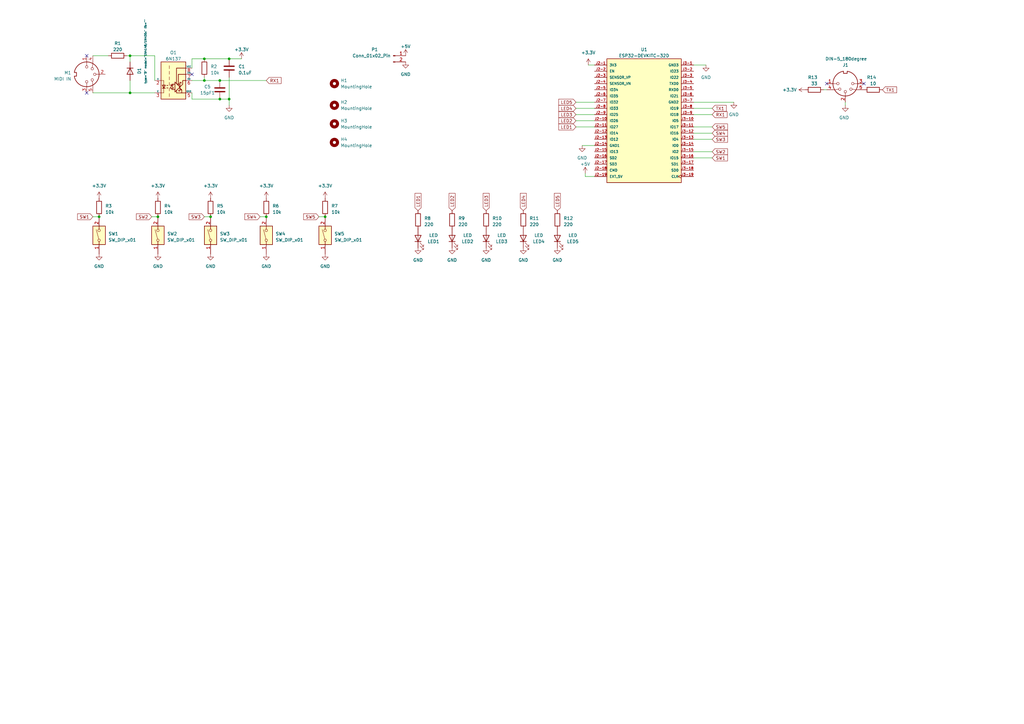
<source format=kicad_sch>
(kicad_sch (version 20230121) (generator eeschema)
  (paper "A3")
  (lib_symbols
    (symbol "Connector:Conn_01x02_Pin" (pin_names (offset 1.016) hide)
      (property "Reference" "J" (at 0 2.54 0))
      (property "Value" "Conn_01x02_Pin" (at 0 -5.08 0))
      (symbol "Conn_01x02_Pin_1_1"
        (polyline (pts (xy 1.27 -2.54) (xy 0.8636 -2.54)) (stroke (width 0.1524)))
        (polyline (pts (xy 1.27 0) (xy 0.8636 0)) (stroke (width 0.1524)))
        (rectangle (start 0.8636 -2.413) (end 0 -2.667) (stroke (width 0.1524)) (fill (type outline)))
        (rectangle (start 0.8636 0.127) (end 0 -0.127) (stroke (width 0.1524)) (fill (type outline)))
        (pin passive line (at 5.08 0 180) (length 3.81) (name "Pin_1") (number "1"))
        (pin passive line (at 5.08 -2.54 180) (length 3.81) (name "Pin_2") (number "2"))
      )
    )
    (symbol "Connector:DIN-5_180degree" (pin_names (offset 1.016))
      (property "Reference" "J" (at 3.175 5.715 0))
      (property "Value" "DIN-5_180degree" (at 0 -6.35 0))
      (symbol "DIN-5_180degree_0_1"
        (arc (start -5.08 0) (mid -3.8609 -3.3364) (end -0.762 -5.08) (stroke (width 0.254)))
        (circle (center -3.048 0) (radius 0.508))
        (circle (center -2.286 2.286) (radius 0.508))
        (polyline (pts (xy -5.08 0) (xy -3.556 0)))
        (polyline (pts (xy 0 5.08) (xy 0 3.81)))
        (polyline (pts (xy 5.08 0) (xy 3.556 0)))
        (polyline (pts (xy -5.08 2.54) (xy -4.318 2.54) (xy -2.794 2.286)))
        (polyline (pts (xy 5.08 2.54) (xy 4.318 2.54) (xy 2.794 2.286)))
        (polyline (pts (xy -0.762 -4.953) (xy -0.762 -4.191) (xy 0.762 -4.191) (xy 0.762 -4.953)) (stroke (width 0.254)))
        (circle (center 0 3.302) (radius 0.508))
        (arc (start 0.762 -5.08) (mid 3.8685 -3.343) (end 5.08 0) (stroke (width 0.254)))
        (circle (center 2.286 2.286) (radius 0.508))
        (circle (center 3.048 0) (radius 0.508))
        (arc (start 5.08 0) (mid 0 5.0579) (end -5.08 0) (stroke (width 0.254)))
      )
      (symbol "DIN-5_180degree_1_1"
        (pin passive line (at -7.62 0 0) (length 2.54) (name "~") (number "1"))
        (pin passive line (at 0 7.62 270) (length 2.54) (name "~") (number "2"))
        (pin passive line (at 7.62 0 180) (length 2.54) (name "~") (number "3"))
        (pin passive line (at -7.62 2.54 0) (length 2.54) (name "~") (number "4"))
        (pin passive line (at 7.62 2.54 180) (length 2.54) (name "~") (number "5"))
      )
    )
    (symbol "Device:C" (pin_numbers hide) (pin_names (offset 0.254))
      (property "Reference" "C" (at 0.635 2.54 0))
      (property "Value" "C" (at 0.635 -2.54 0))
      (symbol "C_0_1"
        (polyline (pts (xy -2.032 -0.762) (xy 2.032 -0.762)) (stroke (width 0.508)))
        (polyline (pts (xy -2.032 0.762) (xy 2.032 0.762)) (stroke (width 0.508)))
      )
      (symbol "C_1_1"
        (pin passive line (at 0 3.81 270) (length 2.794) (name "~") (number "1"))
        (pin passive line (at 0 -3.81 90) (length 2.794) (name "~") (number "2"))
      )
    )
    (symbol "Device:LED" (pin_numbers hide) (pin_names (offset 1.016) hide)
      (property "Reference" "D" (at 0 2.54 0))
      (property "Value" "LED" (at 0 -2.54 0))
      (symbol "LED_0_1"
        (polyline (pts (xy -1.27 -1.27) (xy -1.27 1.27)) (stroke (width 0.254)))
        (polyline (pts (xy -1.27 0) (xy 1.27 0)))
        (polyline (pts (xy 1.27 -1.27) (xy 1.27 1.27) (xy -1.27 0) (xy 1.27 -1.27)) (stroke (width 0.254)))
        (polyline (pts (xy -3.048 -0.762) (xy -4.572 -2.286) (xy -3.81 -2.286) (xy -4.572 -2.286) (xy -4.572 -1.524)))
        (polyline (pts (xy -1.778 -0.762) (xy -3.302 -2.286) (xy -2.54 -2.286) (xy -3.302 -2.286) (xy -3.302 -1.524)))
      )
      (symbol "LED_1_1"
        (pin passive line (at -3.81 0 0) (length 2.54) (name "K") (number "1"))
        (pin passive line (at 3.81 0 180) (length 2.54) (name "A") (number "2"))
      )
    )
    (symbol "Device:R" (pin_numbers hide) (pin_names (offset 0))
      (property "Reference" "R" (at 2.032 0 90))
      (property "Value" "R" (at 0 0 90))
      (symbol "R_0_1"
        (rectangle (start -1.016 -2.54) (end 1.016 2.54) (stroke (width 0.254)))
      )
      (symbol "R_1_1"
        (pin passive line (at 0 3.81 270) (length 1.27) (name "~") (number "1"))
        (pin passive line (at 0 -3.81 90) (length 1.27) (name "~") (number "2"))
      )
    )
    (symbol "ESP32-DEVKITC-32D:ESP32-DEVKITC-32D" (pin_names (offset 1.016))
      (property "Reference" "U" (at -15.2572 26.0643 0))
      (property "Value" "ESP32-DEVKITC-32D" (at -15.2563 -27.9698 0))
      (symbol "ESP32-DEVKITC-32D_0_0"
        (rectangle (start -15.24 -25.4) (end 15.24 25.4) (stroke (width 0.254)) (fill (type background)))
        (pin power_in line (at -20.32 22.86 0) (length 5.08) (name "3V3") (number "J2-1"))
        (pin bidirectional line (at -20.32 0 0) (length 5.08) (name "IO26") (number "J2-10"))
        (pin bidirectional line (at -20.32 -2.54 0) (length 5.08) (name "IO27") (number "J2-11"))
        (pin bidirectional line (at -20.32 -5.08 0) (length 5.08) (name "IO14") (number "J2-12"))
        (pin bidirectional line (at -20.32 -7.62 0) (length 5.08) (name "IO12") (number "J2-13"))
        (pin power_in line (at -20.32 -10.16 0) (length 5.08) (name "GND1") (number "J2-14"))
        (pin bidirectional line (at -20.32 -12.7 0) (length 5.08) (name "IO13") (number "J2-15"))
        (pin bidirectional line (at -20.32 -15.24 0) (length 5.08) (name "SD2") (number "J2-16"))
        (pin bidirectional line (at -20.32 -17.78 0) (length 5.08) (name "SD3") (number "J2-17"))
        (pin bidirectional line (at -20.32 -20.32 0) (length 5.08) (name "CMD") (number "J2-18"))
        (pin power_in line (at -20.32 -22.86 0) (length 5.08) (name "EXT_5V") (number "J2-19"))
        (pin input line (at -20.32 20.32 0) (length 5.08) (name "EN") (number "J2-2"))
        (pin input line (at -20.32 17.78 0) (length 5.08) (name "SENSOR_VP") (number "J2-3"))
        (pin input line (at -20.32 15.24 0) (length 5.08) (name "SENSOR_VN") (number "J2-4"))
        (pin bidirectional line (at -20.32 12.7 0) (length 5.08) (name "IO34") (number "J2-5"))
        (pin bidirectional line (at -20.32 10.16 0) (length 5.08) (name "IO35") (number "J2-6"))
        (pin bidirectional line (at -20.32 7.62 0) (length 5.08) (name "IO32") (number "J2-7"))
        (pin bidirectional line (at -20.32 5.08 0) (length 5.08) (name "IO33") (number "J2-8"))
        (pin bidirectional line (at -20.32 2.54 0) (length 5.08) (name "IO25") (number "J2-9"))
        (pin power_in line (at 20.32 22.86 180) (length 5.08) (name "GND3") (number "J3-1"))
        (pin bidirectional line (at 20.32 0 180) (length 5.08) (name "IO5") (number "J3-10"))
        (pin bidirectional line (at 20.32 -2.54 180) (length 5.08) (name "IO17") (number "J3-11"))
        (pin bidirectional line (at 20.32 -5.08 180) (length 5.08) (name "IO16") (number "J3-12"))
        (pin bidirectional line (at 20.32 -7.62 180) (length 5.08) (name "IO4") (number "J3-13"))
        (pin bidirectional line (at 20.32 -10.16 180) (length 5.08) (name "IO0") (number "J3-14"))
        (pin bidirectional line (at 20.32 -12.7 180) (length 5.08) (name "IO2") (number "J3-15"))
        (pin bidirectional line (at 20.32 -15.24 180) (length 5.08) (name "IO15") (number "J3-16"))
        (pin bidirectional line (at 20.32 -17.78 180) (length 5.08) (name "SD1") (number "J3-17"))
        (pin bidirectional line (at 20.32 -20.32 180) (length 5.08) (name "SD0") (number "J3-18"))
        (pin input clock (at 20.32 -22.86 180) (length 5.08) (name "CLK") (number "J3-19"))
        (pin bidirectional line (at 20.32 20.32 180) (length 5.08) (name "IO23") (number "J3-2"))
        (pin bidirectional line (at 20.32 17.78 180) (length 5.08) (name "IO22") (number "J3-3"))
        (pin output line (at 20.32 15.24 180) (length 5.08) (name "TXD0") (number "J3-4"))
        (pin input line (at 20.32 12.7 180) (length 5.08) (name "RXD0") (number "J3-5"))
        (pin bidirectional line (at 20.32 10.16 180) (length 5.08) (name "IO21") (number "J3-6"))
        (pin power_in line (at 20.32 7.62 180) (length 5.08) (name "GND2") (number "J3-7"))
        (pin bidirectional line (at 20.32 5.08 180) (length 5.08) (name "IO19") (number "J3-8"))
        (pin bidirectional line (at 20.32 2.54 180) (length 5.08) (name "IO18") (number "J3-9"))
      )
    )
    (symbol "Isolator:6N137" (pin_names (offset 0))
      (property "Reference" "U" (at -4.064 8.89 0))
      (property "Value" "6N137" (at 0 -8.89 0))
      (symbol "6N137_0_1"
        (polyline (pts (xy 2.667 -3.556) (xy 2.667 -1.651)) (stroke (width 0.254)))
        (polyline (pts (xy 2.667 -2.159) (xy 2.667 -2.921)) (stroke (width 0.254)))
        (polyline (pts (xy 3.429 -3.937) (xy 3.429 -5.08)) (stroke (width 0.254)))
        (polyline (pts (xy -0.635 -3.302) (xy -0.635 -3.683) (xy 0.635 -3.683)) (stroke (width 0.254)))
        (polyline (pts (xy -0.635 -1.905) (xy -0.635 -1.524) (xy 0.508 -1.524)) (stroke (width 0.254)))
        (polyline (pts (xy 1.27 -4.064) (xy 1.27 -5.08) (xy 5.08 -5.08)) (stroke (width 0.254)))
        (polyline (pts (xy 1.27 -1.27) (xy 1.27 5.08) (xy 5.08 5.08)) (stroke (width 0.254)))
        (polyline (pts (xy 2.032 -1.27) (xy 2.032 2.54) (xy 5.08 2.54)) (stroke (width 0.254)))
        (polyline (pts (xy -5.08 -5.08) (xy -3.937 -5.08) (xy -3.937 0) (xy -5.08 0)))
        (polyline (pts (xy 2.667 -3.302) (xy 2.667 -4.318) (xy 2.159 -4.318) (xy 2.159 -3.937)) (stroke (width 0.254)))
        (polyline (pts (xy 2.667 -2.667) (xy 0.635 -4.699) (xy 0.635 -0.635) (xy 2.667 -2.667)) (stroke (width 0.254)))
        (polyline (pts (xy 2.667 -1.778) (xy 2.667 -0.762) (xy 3.175 -0.762) (xy 3.175 -1.143)) (stroke (width 0.254)))
        (polyline (pts (xy 2.794 -2.54) (xy 3.81 -1.524) (xy 3.81 0) (xy 5.08 0)) (stroke (width 0.254)))
        (polyline (pts (xy 2.667 -3.175) (xy 3.429 -3.937) (xy 3.302 -3.556) (xy 3.048 -3.81) (xy 3.429 -3.937)) (stroke (width 0.254)))
        (circle (center 2.032 -1.524) (radius 0.254) (stroke (width 0.254)))
      )
      (symbol "6N137_1_1"
        (rectangle (start -5.08 7.62) (end 5.08 -7.62) (stroke (width 0.254)) (fill (type background)))
        (polyline (pts (xy -4.572 -3.175) (xy -3.302 -3.175)) (stroke (width 0.254)))
        (polyline (pts (xy -1.651 -5.334) (xy -1.651 -6.604)))
        (polyline (pts (xy -1.651 -3.048) (xy -1.651 -4.318)))
        (polyline (pts (xy -1.651 -0.762) (xy -1.651 -2.032)))
        (polyline (pts (xy -1.651 1.524) (xy -1.651 0.254)))
        (polyline (pts (xy -1.651 3.81) (xy -1.651 2.54)))
        (polyline (pts (xy -1.651 6.096) (xy -1.651 4.826)))
        (polyline (pts (xy -1.27 -1.905) (xy 0 -1.905)) (stroke (width 0.254)))
        (polyline (pts (xy -3.937 -3.175) (xy -4.572 -1.905) (xy -3.302 -1.905) (xy -3.937 -3.175)) (stroke (width 0.254)))
        (polyline (pts (xy -0.635 -1.905) (xy -1.27 -3.175) (xy 0 -3.175) (xy -0.635 -1.905)) (stroke (width 0.254)))
        (polyline (pts (xy -2.921 -3.048) (xy -2.159 -3.048) (xy -2.54 -3.175) (xy -2.54 -2.921) (xy -2.159 -3.048)) (stroke (width 0.127)))
        (polyline (pts (xy -2.921 -2.032) (xy -2.159 -2.032) (xy -2.54 -2.159) (xy -2.54 -1.905) (xy -2.159 -2.032)) (stroke (width 0.127)))
        (pin no_connect line (at -5.08 5.08 0) (length 2.54) hide (name "NC") (number "1"))
        (pin passive line (at -7.62 0 0) (length 2.54) (name "A") (number "2"))
        (pin passive line (at -7.62 -5.08 0) (length 2.54) (name "C") (number "3"))
        (pin power_in line (at 7.62 -5.08 180) (length 2.54) (name "GND") (number "5"))
        (pin open_collector line (at 7.62 0 180) (length 2.54) (name "VO") (number "6"))
        (pin input line (at 7.62 2.54 180) (length 2.54) (name "EN") (number "7"))
        (pin power_in line (at 7.62 5.08 180) (length 2.54) (name "VCC") (number "8"))
      )
    )
    (symbol "Mechanical:MountingHole" (pin_names (offset 1.016))
      (property "Reference" "H" (at 0 5.08 0))
      (property "Value" "MountingHole" (at 0 3.175 0))
      (symbol "MountingHole_0_1"
        (circle (center 0 0) (radius 1.27) (stroke (width 1.27)))
      )
    )
    (symbol "Simulation_SPICE:DIODE" (pin_numbers hide) (pin_names (offset 1.016) hide)
      (property "Reference" "D" (at 0 2.54 0))
      (property "Value" "DIODE" (at 0 -2.54 0))
      (symbol "DIODE_0_1"
        (polyline (pts (xy 1.27 0) (xy -1.27 0)))
        (polyline (pts (xy 1.27 1.27) (xy 1.27 -1.27)) (stroke (width 0.254)))
        (polyline (pts (xy -1.27 -1.27) (xy -1.27 1.27) (xy 1.27 0) (xy -1.27 -1.27)) (stroke (width 0.254)))
      )
      (symbol "DIODE_1_1"
        (pin passive line (at -3.81 0 0) (length 2.54) (name "A") (number "1"))
        (pin passive line (at 3.81 0 180) (length 2.54) (name "K") (number "2"))
      )
    )
    (symbol "Switch:SW_DIP_x01" (pin_names (offset 0) hide)
      (property "Reference" "SW" (at 0 3.81 0))
      (property "Value" "SW_DIP_x01" (at 0 -3.81 0))
      (symbol "SW_DIP_x01_0_0"
        (circle (center -2.032 0) (radius 0.508))
        (polyline (pts (xy -1.524 0.127) (xy 2.3622 1.1684)))
        (circle (center 2.032 0) (radius 0.508))
      )
      (symbol "SW_DIP_x01_0_1"
        (rectangle (start -3.81 2.54) (end 3.81 -2.54) (stroke (width 0.254)) (fill (type background)))
      )
      (symbol "SW_DIP_x01_1_1"
        (pin passive line (at -7.62 0 0) (length 5.08) (name "~") (number "1"))
        (pin passive line (at 7.62 0 180) (length 5.08) (name "~") (number "2"))
      )
    )
    (symbol "power:+3.3V" (power) (pin_names (offset 0))
      (property "Value" "+3.3V" (at 0 3.556 0))
      (symbol "+3.3V_0_1"
        (polyline (pts (xy -0.762 1.27) (xy 0 2.54)))
        (polyline (pts (xy 0 0) (xy 0 2.54)))
        (polyline (pts (xy 0 2.54) (xy 0.762 1.27)))
      )
      (symbol "+3.3V_1_1"
        (pin power_in line (at 0 0 90) (length 0) hide (name "+3.3V") (number "1"))
      )
    )
    (symbol "power:+5V" (power) (pin_names (offset 0))
      (property "Value" "+5V" (at 0 3.556 0))
      (symbol "+5V_0_1"
        (polyline (pts (xy -0.762 1.27) (xy 0 2.54)))
        (polyline (pts (xy 0 0) (xy 0 2.54)))
        (polyline (pts (xy 0 2.54) (xy 0.762 1.27)))
      )
      (symbol "+5V_1_1"
        (pin power_in line (at 0 0 90) (length 0) hide (name "+5V") (number "1"))
      )
    )
    (symbol "power:GND" (power) (pin_names (offset 0))
      (property "Value" "GND" (at 0 -3.81 0))
      (symbol "GND_0_1"
        (polyline (pts (xy 0 0) (xy 0 -1.27) (xy 1.27 -1.27) (xy 0 -2.54) (xy -1.27 -1.27) (xy 0 -1.27)))
      )
      (symbol "GND_1_1"
        (pin power_in line (at 0 0 270) (length 0) hide (name "GND") (number "1"))
      )
    )
  )
  (junction (at 83.82 24.13))
  (junction (at 64.77 88.9))
  (junction (at 40.64 88.9))
  (junction (at 93.98 24.13))
  (junction (at 90.17 33.02))
  (junction (at 109.22 88.9))
  (junction (at 83.82 33.02))
  (junction (at 133.35 88.9))
  (junction (at 86.36 88.9))
  (junction (at 53.34 22.86))
  (junction (at 90.17 40.64))
  (junction (at 53.34 38.1))
  (junction (at 93.98 40.64))
  (no_connect (at 35.56 22.86))
  (no_connect (at 78.74 30.48))
  (no_connect (at 35.56 38.1))
  (no_connect (at 339.09 34.29))
  (no_connect (at 354.33 34.29))
  (wire (pts (xy 292.1 44.45) (xy 284.48 44.45)))
  (wire (pts (xy 90.17 33.02) (xy 109.22 33.02)))
  (wire (pts (xy 93.98 43.18) (xy 93.98 40.64)))
  (wire (pts (xy 284.48 26.67) (xy 289.56 26.67)))
  (wire (pts (xy 238.76 59.69) (xy 243.84 59.69)))
  (wire (pts (xy 83.82 24.13) (xy 93.98 24.13)))
  (wire (pts (xy 52.07 22.86) (xy 53.34 22.86)))
  (wire (pts (xy 292.1 62.23) (xy 284.48 62.23)))
  (wire (pts (xy 243.84 72.39) (xy 240.03 72.39)))
  (wire (pts (xy 53.34 22.86) (xy 63.5 22.86)))
  (wire (pts (xy 90.17 40.64) (xy 93.98 40.64)))
  (wire (pts (xy 63.5 22.86) (xy 63.5 33.02)))
  (wire (pts (xy 240.03 72.39) (xy 240.03 71.12)))
  (wire (pts (xy 78.74 27.94) (xy 78.74 24.13)))
  (wire (pts (xy 284.48 41.91) (xy 300.99 41.91)))
  (wire (pts (xy 236.22 46.99) (xy 243.84 46.99)))
  (wire (pts (xy 83.82 33.02) (xy 90.17 33.02)))
  (wire (pts (xy 236.22 44.45) (xy 243.84 44.45)))
  (wire (pts (xy 241.3 26.67) (xy 243.84 26.67)))
  (wire (pts (xy 83.82 33.02) (xy 83.82 31.75)))
  (wire (pts (xy 83.82 88.9) (xy 86.36 88.9)))
  (wire (pts (xy 93.98 31.75) (xy 93.98 40.64)))
  (wire (pts (xy 292.1 46.99) (xy 284.48 46.99)))
  (wire (pts (xy 53.34 33.02) (xy 53.34 38.1)))
  (wire (pts (xy 78.74 24.13) (xy 83.82 24.13)))
  (wire (pts (xy 63.5 38.1) (xy 53.34 38.1)))
  (wire (pts (xy 292.1 64.77) (xy 284.48 64.77)))
  (wire (pts (xy 292.1 52.07) (xy 284.48 52.07)))
  (wire (pts (xy 38.1 88.9) (xy 40.64 88.9)))
  (wire (pts (xy 106.68 88.9) (xy 109.22 88.9)))
  (wire (pts (xy 346.71 41.91) (xy 346.71 43.18)))
  (wire (pts (xy 78.74 33.02) (xy 83.82 33.02)))
  (wire (pts (xy 53.34 25.4) (xy 53.34 22.86)))
  (wire (pts (xy 93.98 24.13) (xy 99.06 24.13)))
  (wire (pts (xy 78.74 40.64) (xy 90.17 40.64)))
  (wire (pts (xy 62.23 88.9) (xy 64.77 88.9)))
  (wire (pts (xy 78.74 40.64) (xy 78.74 38.1)))
  (wire (pts (xy 38.1 38.1) (xy 53.34 38.1)))
  (wire (pts (xy 292.1 57.15) (xy 284.48 57.15)))
  (wire (pts (xy 236.22 52.07) (xy 243.84 52.07)))
  (wire (pts (xy 292.1 54.61) (xy 284.48 54.61)))
  (wire (pts (xy 236.22 49.53) (xy 243.84 49.53)))
  (wire (pts (xy 130.81 88.9) (xy 133.35 88.9)))
  (wire (pts (xy 38.1 22.86) (xy 44.45 22.86)))
  (wire (pts (xy 339.09 36.83) (xy 337.82 36.83)))
  (wire (pts (xy 236.22 41.91) (xy 243.84 41.91)))
  (global_label "SW2" (shape input) (at 292.1 62.23 0) (property "Intersheetrefs" "${INTERSHEET_REFS}" (effects hide)) (property "Referenzen zwischen Schaltplänen" "${INTERSHEET_REFS}" (effects hide)))
  (global_label "LED5" (shape input) (at 236.22 41.91 180) (property "Intersheetrefs" "${INTERSHEET_REFS}" (effects hide)) (property "Referenzen zwischen Schaltplänen" "${INTERSHEET_REFS}" (effects hide)))
  (global_label "LED4" (shape input) (at 214.63 86.36 90) (property "Intersheetrefs" "${INTERSHEET_REFS}" (effects hide)) (property "Referenzen zwischen Schaltplänen" "${INTERSHEET_REFS}" (effects hide)))
  (global_label "RX1" (shape input) (at 292.1 46.99 0) (property "Intersheetrefs" "${INTERSHEET_REFS}" (effects hide)) (property "Referenzen zwischen Schaltplänen" "${INTERSHEET_REFS}" (effects hide)))
  (global_label "SW2" (shape input) (at 62.23 88.9 180) (property "Intersheetrefs" "${INTERSHEET_REFS}" (effects hide)) (property "Referenzen zwischen Schaltplänen" "${INTERSHEET_REFS}" (effects hide)))
  (global_label "LED4" (shape input) (at 236.22 44.45 180) (property "Intersheetrefs" "${INTERSHEET_REFS}" (effects hide)) (property "Referenzen zwischen Schaltplänen" "${INTERSHEET_REFS}" (effects hide)))
  (global_label "SW5" (shape input) (at 292.1 52.07 0) (property "Intersheetrefs" "${INTERSHEET_REFS}" (effects hide)) (property "Referenzen zwischen Schaltplänen" "${INTERSHEET_REFS}" (effects hide)))
  (global_label "LED2" (shape input) (at 185.42 86.36 90) (property "Intersheetrefs" "${INTERSHEET_REFS}" (effects hide)) (property "Referenzen zwischen Schaltplänen" "${INTERSHEET_REFS}" (effects hide)))
  (global_label "SW5" (shape input) (at 130.81 88.9 180) (property "Intersheetrefs" "${INTERSHEET_REFS}" (effects hide)) (property "Referenzen zwischen Schaltplänen" "${INTERSHEET_REFS}" (effects hide)))
  (global_label "LED5" (shape input) (at 228.6 86.36 90) (property "Intersheetrefs" "${INTERSHEET_REFS}" (effects hide)) (property "Referenzen zwischen Schaltplänen" "${INTERSHEET_REFS}" (effects hide)))
  (global_label "SW3" (shape input) (at 292.1 57.15 0) (property "Intersheetrefs" "${INTERSHEET_REFS}" (effects hide)) (property "Referenzen zwischen Schaltplänen" "${INTERSHEET_REFS}" (effects hide)))
  (global_label "LED1" (shape input) (at 236.22 52.07 180) (property "Intersheetrefs" "${INTERSHEET_REFS}" (effects hide)) (property "Referenzen zwischen Schaltplänen" "${INTERSHEET_REFS}" (effects hide)))
  (global_label "TX1" (shape input) (at 292.1 44.45 0) (property "Intersheetrefs" "${INTERSHEET_REFS}" (effects hide)) (property "Referenzen zwischen Schaltplänen" "${INTERSHEET_REFS}" (effects hide)))
  (global_label "LED3" (shape input) (at 199.39 86.36 90) (property "Intersheetrefs" "${INTERSHEET_REFS}" (effects hide)) (property "Referenzen zwischen Schaltplänen" "${INTERSHEET_REFS}" (effects hide)))
  (global_label "SW4" (shape input) (at 292.1 54.61 0) (property "Intersheetrefs" "${INTERSHEET_REFS}" (effects hide)) (property "Referenzen zwischen Schaltplänen" "${INTERSHEET_REFS}" (effects hide)))
  (global_label "TX1" (shape input) (at 361.95 36.83 0) (property "Intersheetrefs" "${INTERSHEET_REFS}" (effects hide)) (property "Referenzen zwischen Schaltplänen" "${INTERSHEET_REFS}" (effects hide)))
  (global_label "LED3" (shape input) (at 236.22 46.99 180) (property "Intersheetrefs" "${INTERSHEET_REFS}" (effects hide)) (property "Referenzen zwischen Schaltplänen" "${INTERSHEET_REFS}" (effects hide)))
  (global_label "LED2" (shape input) (at 236.22 49.53 180) (property "Intersheetrefs" "${INTERSHEET_REFS}" (effects hide)) (property "Referenzen zwischen Schaltplänen" "${INTERSHEET_REFS}" (effects hide)))
  (global_label "SW3" (shape input) (at 83.82 88.9 180) (property "Intersheetrefs" "${INTERSHEET_REFS}" (effects hide)) (property "Referenzen zwischen Schaltplänen" "${INTERSHEET_REFS}" (effects hide)))
  (global_label "LED1" (shape input) (at 171.45 86.36 90) (property "Intersheetrefs" "${INTERSHEET_REFS}" (effects hide)) (property "Referenzen zwischen Schaltplänen" "${INTERSHEET_REFS}" (effects hide)))
  (global_label "SW4" (shape input) (at 106.68 88.9 180) (property "Intersheetrefs" "${INTERSHEET_REFS}" (effects hide)) (property "Referenzen zwischen Schaltplänen" "${INTERSHEET_REFS}" (effects hide)))
  (global_label "SW1" (shape input) (at 292.1 64.77 0) (property "Intersheetrefs" "${INTERSHEET_REFS}" (effects hide)) (property "Referenzen zwischen Schaltplänen" "${INTERSHEET_REFS}" (effects hide)))
  (global_label "RX1" (shape input) (at 109.22 33.02 0) (property "Intersheetrefs" "${INTERSHEET_REFS}" (effects hide)) (property "Referenzen zwischen Schaltplänen" "${INTERSHEET_REFS}" (effects hide)))
  (global_label "SW1" (shape input) (at 38.1 88.9 180) (property "Intersheetrefs" "${INTERSHEET_REFS}" (effects hide)) (property "Referenzen zwischen Schaltplänen" "${INTERSHEET_REFS}" (effects hide)))
  (symbol (lib_id "Device:R") (at 358.14 36.83 270) (unit 1)
    (property "Reference" "R14" (at 359.41 31.75 90) (effects (justify right)))
    (property "Value" "10" (at 359.41 34.29 90) (effects (justify right)))
    (property "Footprint" "MIDI:R_0402_1005Metric" (effects hide))
  )
  (symbol (lib_id "power:+3.3V") (at 86.36 81.28 0) (unit 1)
    (property "Reference" "#PWR06" (effects hide))
    (property "Value" "+3.3V" (at 86.36 76.2 0))
  )
  (symbol (lib_id "Device:LED") (at 171.45 97.79 90) (unit 1)
    (property "Reference" "LED1" (at 177.8 99.06 90))
    (property "Value" "LED" (at 177.8 96.52 90))
    (property "Footprint" "MIDI:LED" (effects hide))
  )
  (symbol (lib_id "Device:R") (at 199.39 90.17 0) (unit 1)
    (property "Reference" "R10" (at 201.93 89.535 0) (effects (justify left)))
    (property "Value" "220" (at 201.93 92.075 0) (effects (justify left)))
    (property "Footprint" "MIDI:R_0603_1608Metric" (effects hide))
  )
  (symbol (lib_id "Switch:SW_DIP_x01") (at 40.64 96.52 90) (unit 1)
    (property "Reference" "SW1" (at 44.45 95.885 90) (effects (justify right)))
    (property "Value" "SW_DIP_x01" (at 44.45 98.425 90) (effects (justify right)))
    (property "Footprint" "MIDI:switch" (effects hide))
  )
  (symbol (lib_id "Device:R") (at 334.01 36.83 270) (unit 1)
    (property "Reference" "R13" (at 335.28 31.75 90) (effects (justify right)))
    (property "Value" "33" (at 335.2799 34.29 90) (effects (justify right)))
    (property "Footprint" "MIDI:R_0402_1005Metric" (effects hide))
  )
  (symbol (lib_id "Device:LED") (at 185.42 97.79 90) (unit 1)
    (property "Reference" "LED2" (at 191.77 99.06 90))
    (property "Value" "LED" (at 191.77 96.52 90))
    (property "Footprint" "MIDI:LED" (effects hide))
  )
  (symbol (lib_id "Switch:SW_DIP_x01") (at 86.36 96.52 90) (unit 1)
    (property "Reference" "SW3" (at 90.17 95.885 90) (effects (justify right)))
    (property "Value" "SW_DIP_x01" (at 90.17 98.425 90) (effects (justify right)))
    (property "Footprint" "MIDI:switch" (effects hide))
  )
  (symbol (lib_id "power:GND") (at 289.56 26.67 0) (unit 1)
    (property "Reference" "#PWR026" (effects hide))
    (property "Value" "GND" (at 289.56 31.75 0))
  )
  (symbol (lib_id "power:GND") (at 346.71 43.18 0) (unit 1)
    (property "Reference" "#PWR024" (effects hide))
    (property "Value" "GND" (at 344.17 48.26 0) (effects (justify left)))
  )
  (symbol (lib_id "Device:R") (at 86.36 85.09 0) (unit 1)
    (property "Reference" "R5" (at 88.9 84.455 0) (effects (justify left)))
    (property "Value" "10k" (at 88.9 86.995 0) (effects (justify left)))
    (property "Footprint" "MIDI:R_0603_1608Metric" (effects hide))
  )
  (symbol (lib_id "power:GND") (at 109.22 104.14 0) (unit 1)
    (property "Reference" "#PWR011" (effects hide))
    (property "Value" "GND" (at 109.22 109.22 0))
  )
  (symbol (lib_id "Device:R") (at 228.6 90.17 0) (unit 1)
    (property "Reference" "R12" (at 231.14 89.535 0) (effects (justify left)))
    (property "Value" "220" (at 231.14 92.075 0) (effects (justify left)))
    (property "Footprint" "MIDI:R_0603_1608Metric" (effects hide))
  )
  (symbol (lib_id "power:GND") (at 185.42 101.6 0) (unit 1)
    (property "Reference" "#PWR017" (effects hide))
    (property "Value" "GND" (at 185.42 106.68 0))
  )
  (symbol (lib_id "power:GND") (at 171.45 101.6 0) (unit 1)
    (property "Reference" "#PWR016" (effects hide))
    (property "Value" "GND" (at 171.45 106.68 0))
  )
  (symbol (lib_id "Mechanical:MountingHole") (at 137.16 50.8 0) (unit 1)
    (property "Reference" "H3" (at 139.7 49.5299 0) (effects (justify left)))
    (property "Value" "MountingHole" (at 139.7 52.0699 0) (effects (justify left)))
    (property "Footprint" "MountingHole:MountingHole_3.2mm_M3" (effects hide))
  )
  (symbol (lib_id "Device:R") (at 48.26 22.86 90) (unit 1)
    (property "Reference" "R1" (at 48.26 17.78 90))
    (property "Value" "220" (at 48.26 20.32 90))
    (property "Footprint" "MIDI:R_0603_1608Metric" (effects hide))
  )
  (symbol (lib_id "Mechanical:MountingHole") (at 137.16 43.18 0) (unit 1)
    (property "Reference" "H2" (at 139.7 41.9099 0) (effects (justify left)))
    (property "Value" "MountingHole" (at 139.7 44.4499 0) (effects (justify left)))
    (property "Footprint" "MountingHole:MountingHole_3.2mm_M3" (effects hide))
  )
  (symbol (lib_id "Connector:DIN-5_180degree") (at 35.56 30.48 270) (unit 1)
    (property "Reference" "M1" (at 29.21 29.8451 90) (effects (justify right)))
    (property "Value" "MIDI IN" (at 29.21 32.3851 90) (effects (justify right)))
    (property "Footprint" "MIDI:midi" (effects hide))
    (property "Datasheet" "http://www.mouser.com/ds/2/18/40_c091_abd_e-75918.pdf" (effects hide))
  )
  (symbol (lib_id "power:+3.3V") (at 64.77 81.28 0) (unit 1)
    (property "Reference" "#PWR04" (effects hide))
    (property "Value" "+3.3V" (at 64.77 76.2 0))
  )
  (symbol (lib_id "Device:R") (at 109.22 85.09 0) (unit 1)
    (property "Reference" "R6" (at 111.76 84.455 0) (effects (justify left)))
    (property "Value" "10k" (at 111.76 86.995 0) (effects (justify left)))
    (property "Footprint" "MIDI:R_0603_1608Metric" (effects hide))
  )
  (symbol (lib_id "power:GND") (at 86.36 104.14 0) (unit 1)
    (property "Reference" "#PWR07" (effects hide))
    (property "Value" "GND" (at 86.36 109.22 0))
  )
  (symbol (lib_id "power:GND") (at 214.63 101.6 0) (unit 1)
    (property "Reference" "#PWR021" (effects hide))
    (property "Value" "GND" (at 214.63 106.68 0))
  )
  (symbol (lib_id "Device:R") (at 185.42 90.17 0) (unit 1)
    (property "Reference" "R9" (at 187.96 89.535 0) (effects (justify left)))
    (property "Value" "220" (at 187.96 92.075 0) (effects (justify left)))
    (property "Footprint" "MIDI:R_0603_1608Metric" (effects hide))
  )
  (symbol (lib_id "power:GND") (at 199.39 101.6 0) (unit 1)
    (property "Reference" "#PWR018" (effects hide))
    (property "Value" "GND" (at 199.39 106.68 0))
  )
  (symbol (lib_id "Device:R") (at 40.64 85.09 0) (unit 1)
    (property "Reference" "R3" (at 43.18 84.455 0) (effects (justify left)))
    (property "Value" "10k" (at 43.18 86.995 0) (effects (justify left)))
    (property "Footprint" "MIDI:R_0603_1608Metric" (effects hide))
  )
  (symbol (lib_id "Device:LED") (at 228.6 97.79 90) (unit 1)
    (property "Reference" "LED5" (at 234.95 99.06 90))
    (property "Value" "LED" (at 234.95 96.52 90))
    (property "Footprint" "MIDI:LED" (effects hide))
  )
  (symbol (lib_id "Simulation_SPICE:DIODE") (at 53.34 29.21 90) (unit 1)
    (property "Reference" "D1" (at 57.15 30.48 0) (effects (justify left)))
    (property "Value" "${SIM.PARAMS}" (at 59.69 34.29 0) (effects (font (size 0.8 0.8)) (justify left)))
    (property "Footprint" "MIDI:SOD-80" (effects hide))
    (property "Sim.Device" "SPICE" (effects hide))
    (property "Sim.Params" "type=\"D\" model=\"1N4148/1N400x\" lib=\"\"" (effects hide))
    (property "Sim.Pins" "1=1 2=2" (effects hide))
  )
  (symbol (lib_id "power:+3.3V") (at 109.22 81.28 0) (unit 1)
    (property "Reference" "#PWR010" (effects hide))
    (property "Value" "+3.3V" (at 109.22 76.2 0))
  )
  (symbol (lib_id "Device:LED") (at 199.39 97.79 90) (unit 1)
    (property "Reference" "LED3" (at 205.74 99.06 90))
    (property "Value" "LED" (at 205.74 96.52 90))
    (property "Footprint" "MIDI:LED" (effects hide))
  )
  (symbol (lib_id "power:+3.3V") (at 241.3 26.67 0) (unit 1)
    (property "Reference" "#PWR014" (effects hide))
    (property "Value" "+3.3V" (at 241.3 21.59 0))
  )
  (symbol (lib_id "Switch:SW_DIP_x01") (at 64.77 96.52 90) (unit 1)
    (property "Reference" "SW2" (at 68.58 95.885 90) (effects (justify right)))
    (property "Value" "SW_DIP_x01" (at 68.58 98.425 90) (effects (justify right)))
    (property "Footprint" "MIDI:switch" (effects hide))
  )
  (symbol (lib_id "power:+3.3V") (at 133.35 81.28 0) (unit 1)
    (property "Reference" "#PWR012" (effects hide))
    (property "Value" "+3.3V" (at 133.35 76.2 0))
  )
  (symbol (lib_id "Connector:Conn_01x02_Pin") (at 161.29 22.86 0) (unit 1)
    (property "Reference" "P1" (at 153.67 20.32 0))
    (property "Value" "Conn_01x02_Pin" (at 152.4 22.86 0))
    (property "Footprint" "MIDI:chinch" (effects hide))
  )
  (symbol (lib_id "power:GND") (at 93.98 43.18 0) (unit 1)
    (property "Reference" "#PWR01" (effects hide))
    (property "Value" "GND" (at 93.98 48.26 0))
  )
  (symbol (lib_id "power:GND") (at 228.6 101.6 0) (unit 1)
    (property "Reference" "#PWR022" (effects hide))
    (property "Value" "GND" (at 228.6 106.68 0))
  )
  (symbol (lib_id "Device:R") (at 214.63 90.17 0) (unit 1)
    (property "Reference" "R11" (at 217.17 89.535 0) (effects (justify left)))
    (property "Value" "220" (at 217.17 92.075 0) (effects (justify left)))
    (property "Footprint" "MIDI:R_0603_1608Metric" (effects hide))
  )
  (symbol (lib_id "Switch:SW_DIP_x01") (at 109.22 96.52 90) (unit 1)
    (property "Reference" "SW4" (at 113.03 95.885 90) (effects (justify right)))
    (property "Value" "SW_DIP_x01" (at 113.03 98.425 90) (effects (justify right)))
    (property "Footprint" "MIDI:switch" (effects hide))
  )
  (symbol (lib_id "power:GND") (at 40.64 104.14 0) (unit 1)
    (property "Reference" "#PWR03" (effects hide))
    (property "Value" "GND" (at 40.64 109.22 0))
  )
  (symbol (lib_id "Mechanical:MountingHole") (at 137.16 58.42 0) (unit 1)
    (property "Reference" "H4" (at 139.7 57.1499 0) (effects (justify left)))
    (property "Value" "MountingHole" (at 139.7 59.6899 0) (effects (justify left)))
    (property "Footprint" "MountingHole:MountingHole_3.2mm_M3" (effects hide))
  )
  (symbol (lib_id "power:+5V") (at 166.37 22.86 0) (unit 1)
    (property "Reference" "#PWR08" (effects hide))
    (property "Value" "+5V" (at 166.37 19.05 0))
  )
  (symbol (lib_id "power:+3.3V") (at 99.06 24.13 0) (unit 1)
    (property "Reference" "#PWR019" (effects hide))
    (property "Value" "+3.3V" (at 99.06 20.32 0))
  )
  (symbol (lib_id "Device:C") (at 90.17 36.83 0) (unit 1)
    (property "Reference" "15pF1" (at 85.09 38.1 0))
    (property "Value" "C5" (at 85.09 35.56 0))
    (property "Footprint" "MIDI:C_0805_2012Metric" (effects hide))
  )
  (symbol (lib_id "Device:R") (at 133.35 85.09 0) (unit 1)
    (property "Reference" "R7" (at 135.89 84.455 0) (effects (justify left)))
    (property "Value" "10k" (at 135.89 86.995 0) (effects (justify left)))
    (property "Footprint" "MIDI:R_0603_1608Metric" (effects hide))
  )
  (symbol (lib_id "Connector:DIN-5_180degree") (at 346.71 34.29 0) (mirror x) (unit 1)
    (property "Reference" "J1" (at 347.98 26.67 0) (effects (justify right)))
    (property "Value" "DIN-5_180degree" (at 355.6 24.13 0) (effects (justify right)))
    (property "Footprint" "MIDI:midi" (effects hide))
    (property "Datasheet" "http://www.mouser.com/ds/2/18/40_c091_abd_e-75918.pdf" (effects hide))
  )
  (symbol (lib_id "power:GND") (at 300.99 41.91 0) (unit 1)
    (property "Reference" "#PWR025" (effects hide))
    (property "Value" "GND" (at 300.99 46.99 0))
  )
  (symbol (lib_id "Mechanical:MountingHole") (at 137.16 34.29 0) (unit 1)
    (property "Reference" "H1" (at 139.7 33.0199 0) (effects (justify left)))
    (property "Value" "MountingHole" (at 139.7 35.5599 0) (effects (justify left)))
    (property "Footprint" "MountingHole:MountingHole_3.2mm_M3" (effects hide))
  )
  (symbol (lib_id "Switch:SW_DIP_x01") (at 133.35 96.52 90) (unit 1)
    (property "Reference" "SW5" (at 137.16 95.885 90) (effects (justify right)))
    (property "Value" "SW_DIP_x01" (at 137.16 98.425 90) (effects (justify right)))
    (property "Footprint" "MIDI:switch" (effects hide))
  )
  (symbol (lib_id "power:GND") (at 166.37 25.4 0) (unit 1)
    (property "Reference" "#PWR09" (effects hide))
    (property "Value" "GND" (at 166.37 30.48 0))
  )
  (symbol (lib_id "Device:LED") (at 214.63 97.79 90) (unit 1)
    (property "Reference" "LED4" (at 220.98 99.06 90))
    (property "Value" "LED" (at 220.98 96.52 90))
    (property "Footprint" "MIDI:LED" (effects hide))
  )
  (symbol (lib_id "Device:R") (at 64.77 85.09 0) (unit 1)
    (property "Reference" "R4" (at 67.31 84.455 0) (effects (justify left)))
    (property "Value" "10k" (at 67.31 86.995 0) (effects (justify left)))
    (property "Footprint" "MIDI:R_0603_1608Metric" (effects hide))
  )
  (symbol (lib_id "power:+3.3V") (at 40.64 81.28 0) (unit 1)
    (property "Reference" "#PWR02" (effects hide))
    (property "Value" "+3.3V" (at 40.64 76.2 0))
  )
  (symbol (lib_id "Isolator:6N137") (at 71.12 33.02 0) (unit 1)
    (property "Reference" "O1" (at 71.12 21.59 0))
    (property "Value" "6N137" (at 71.12 24.13 0))
    (property "Footprint" "MIDI:optocoppler" (effects hide))
    (property "Datasheet" "https://docs.broadcom.com/docs/AV02-0940EN" (effects hide))
  )
  (symbol (lib_id "power:+5V") (at 240.03 71.12 0) (unit 1)
    (property "Reference" "#PWR020" (effects hide))
    (property "Value" "+5V" (at 240.03 67.31 0))
  )
  (symbol (lib_id "Device:C") (at 93.98 27.94 0) (unit 1)
    (property "Reference" "C1" (at 97.79 27.305 0) (effects (justify left)))
    (property "Value" "0.1uF" (at 97.79 29.845 0) (effects (justify left)))
    (property "Footprint" "MIDI:CP_EIA-3528-12_Kemet-T" (effects hide))
  )
  (symbol (lib_id "power:GND") (at 238.76 59.69 0) (unit 1)
    (property "Reference" "#PWR015" (effects hide))
    (property "Value" "GND" (at 238.76 64.77 0))
  )
  (symbol (lib_id "Device:R") (at 171.45 90.17 0) (unit 1)
    (property "Reference" "R8" (at 173.99 89.535 0) (effects (justify left)))
    (property "Value" "220" (at 173.99 92.075 0) (effects (justify left)))
    (property "Footprint" "MIDI:R_0603_1608Metric" (effects hide))
  )
  (symbol (lib_id "ESP32-DEVKITC-32D:ESP32-DEVKITC-32D") (at 264.16 49.53 0) (unit 1)
    (property "Reference" "U1" (at 264.16 20.32 0))
    (property "Value" "ESP32-DEVKITC-32D" (at 264.16 22.86 0))
    (property "Footprint" "MODULE_ESP32-DEVKITC-32D" (effects hide))
    (property "PARTREV" "V4" (effects hide))
    (property "STANDARD" "Manufacturer Recommendations" (effects hide))
    (property "SNAPEDA_PN" "ESP32-DEVKITC-32D" (effects hide))
    (property "MAXIMUM_PACKAGE_HEIGHT" "N/A" (effects hide))
    (property "MANUFACTURER" "Espressif Systems" (effects hide))
  )
  (symbol (lib_id "power:GND") (at 133.35 104.14 0) (unit 1)
    (property "Reference" "#PWR013" (effects hide))
    (property "Value" "GND" (at 133.35 109.22 0))
  )
  (symbol (lib_id "power:GND") (at 64.77 104.14 0) (unit 1)
    (property "Reference" "#PWR05" (effects hide))
    (property "Value" "GND" (at 64.77 109.22 0))
  )
  (symbol (lib_id "Device:R") (at 83.82 27.94 0) (unit 1)
    (property "Reference" "R2" (at 86.36 27.305 0) (effects (justify left)))
    (property "Value" "10k" (at 86.36 29.845 0) (effects (justify left)))
    (property "Footprint" "MIDI:R_0603_1608Metric" (effects hide))
  )
  (symbol (lib_id "power:+3.3V") (at 330.2 36.83 90) (unit 1)
    (property "Reference" "#PWR023" (effects hide))
    (property "Value" "+3.3V" (at 323.85 36.83 90))
  )
)
</source>
